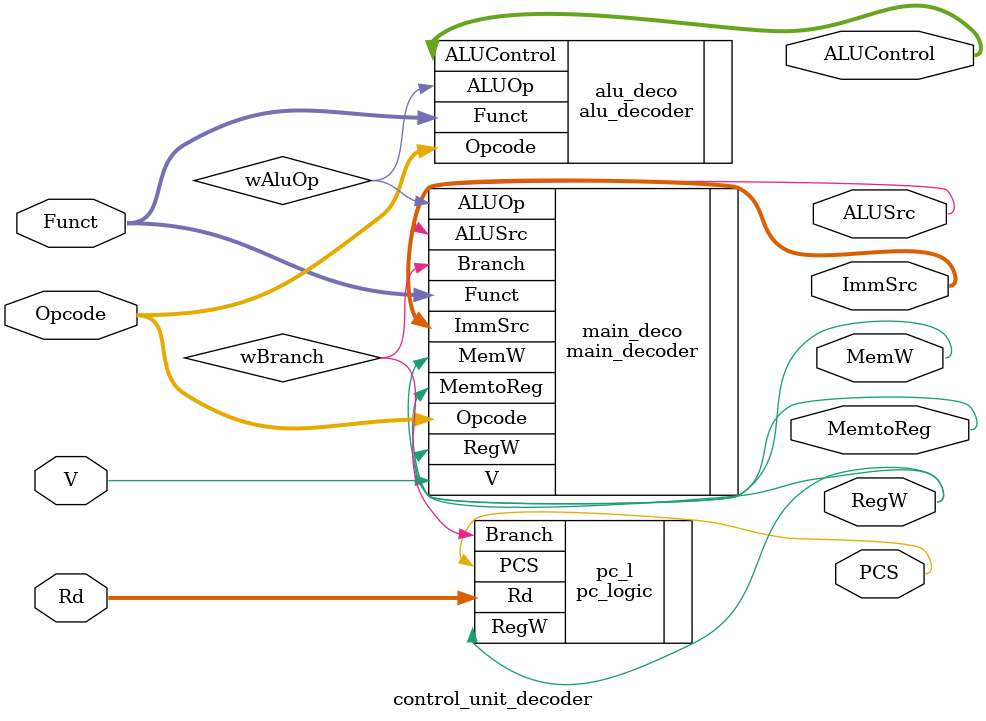
<source format=sv>
/*
Decoder del Control Unit
Diseño basado en la figura 7.16 (b) del libro
Digital Design and Computer Architecture ARM Editon
de Sarah L. Harries & David Money Harries.
Date: 20/03/24
*/
module control_unit_decoder(
    	input  logic [2:0]     Opcode,
		input  logic                V,
		input  logic [2:0]      Funct,
        input  logic [3:0]         Rd,      // instruction[19:16]
        
        output logic              PCS,
        output logic             RegW,
        output logic             MemW,
        output logic         MemtoReg,
        output logic           ALUSrc,
        output logic [1:0]     ImmSrc,
        output logic [2:0] ALUControl
    );

    wire wBranch;
    wire wAluOp;

    /* PC Logic */ /* tb done */
    pc_logic pc_l (.Rd(Rd),
                   .Branch(wBranch),
                   .RegW(RegW),
                   .PCS(PCS));

    /* Main Decoder */ /* tb */
    main_decoder main_deco (.Opcode(Opcode),
                            .V(V),
                            .Funct(Funct),
                            .Branch(wBranch),
                            .MemtoReg(MemtoReg),
                            .MemW(MemW),
                            .ALUSrc(ALUSrc),
                            .ImmSrc(ImmSrc),
                            .RegW(RegW),
                            .ALUOp(wAluOp));

    /* ALU Decoder */ /* tb done */
    alu_decoder alu_deco (.Opcode(Opcode),
                          .Funct(Funct),
                          .ALUOp(wAluOp),
                          .ALUControl(ALUControl));

endmodule

</source>
